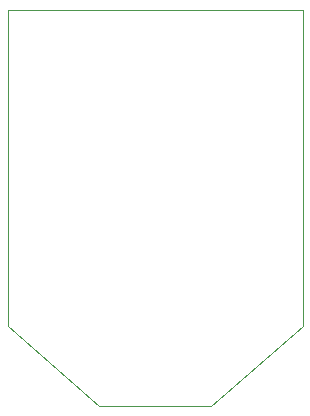
<source format=gbr>
%TF.GenerationSoftware,Altium Limited,Altium Designer,20.0.9 (164)*%
G04 Layer_Color=0*
%FSLAX26Y26*%
%MOIN*%
%TF.FileFunction,Other,Mechanical_16*%
%TF.Part,Single*%
G01*
G75*
%TA.AperFunction,NonConductor*%
%ADD108C,0.001968*%
D108*
X1009803Y2130276D02*
X1994055D01*
X1009803Y1077126D02*
Y2130276D01*
Y1077126D02*
X1314921Y811378D01*
X1688937D01*
X1994055Y1077126D01*
Y2130276D01*
%TF.MD5,4e2d7d9afb11983e2626834148e74442*%
M02*

</source>
